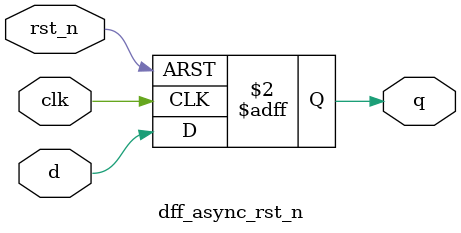
<source format=v>
module dff_async_rst_n
(
	input clk,
	input rst_n,
   input d,
   output reg q
);

  always @(posedge clk or posedge rst_n) 
		if (rst_n)
			q <= 0;
		else
			q <= d;
endmodule

</source>
